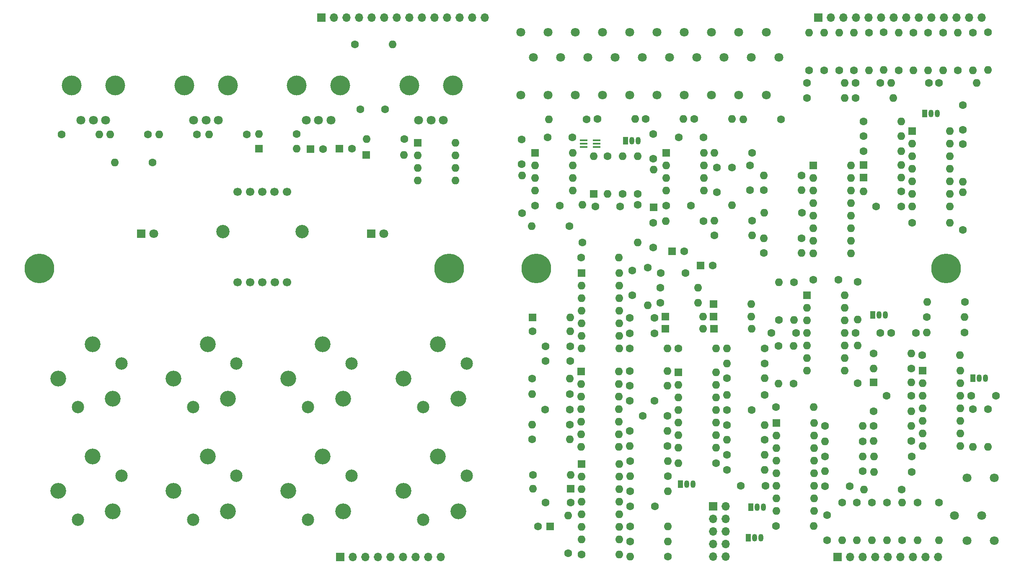
<source format=gbr>
%TF.GenerationSoftware,KiCad,Pcbnew,(5.1.7-0-10_14)*%
%TF.CreationDate,2021-03-27T18:27:20-04:00*%
%TF.ProjectId,Oscillator,4f736369-6c6c-4617-946f-722e6b696361,rev?*%
%TF.SameCoordinates,Original*%
%TF.FileFunction,Soldermask,Top*%
%TF.FilePolarity,Negative*%
%FSLAX46Y46*%
G04 Gerber Fmt 4.6, Leading zero omitted, Abs format (unit mm)*
G04 Created by KiCad (PCBNEW (5.1.7-0-10_14)) date 2021-03-27 18:27:20*
%MOMM*%
%LPD*%
G01*
G04 APERTURE LIST*
%ADD10C,2.700000*%
%ADD11C,1.700000*%
%ADD12C,2.500000*%
%ADD13C,3.200000*%
%ADD14C,6.000000*%
%ADD15O,1.700000X1.700000*%
%ADD16R,1.700000X1.700000*%
%ADD17O,1.600000X1.600000*%
%ADD18R,1.600000X1.600000*%
%ADD19R,1.500000X0.400000*%
%ADD20C,1.800000*%
%ADD21C,4.000000*%
%ADD22C,1.600000*%
%ADD23R,1.050000X1.500000*%
%ADD24O,1.050000X1.500000*%
%ADD25R,1.800000X1.800000*%
G04 APERTURE END LIST*
D10*
%TO.C,SW201*%
X125250000Y-75550000D03*
X109250000Y-75550000D03*
D11*
X122250000Y-67500000D03*
X119650000Y-67500000D03*
X117250000Y-67500000D03*
X114750000Y-67500000D03*
X112250000Y-67500000D03*
X122250000Y-85800000D03*
X119750000Y-85800000D03*
X117250000Y-85800000D03*
X114750000Y-85800000D03*
X112250000Y-85800000D03*
%TD*%
D12*
%TO.C,J202*%
X103220000Y-111055000D03*
X112000000Y-102175000D03*
D13*
X99240000Y-105235000D03*
X110290000Y-109345000D03*
X106180000Y-98295000D03*
%TD*%
D12*
%TO.C,J201*%
X79960000Y-111055000D03*
X88740000Y-102175000D03*
D13*
X75980000Y-105235000D03*
X87030000Y-109345000D03*
X82920000Y-98295000D03*
%TD*%
D12*
%TO.C,J210*%
X149740000Y-133805000D03*
X158520000Y-124925000D03*
D13*
X145760000Y-127985000D03*
X156810000Y-132095000D03*
X152700000Y-121045000D03*
%TD*%
D12*
%TO.C,J209*%
X126480000Y-133805000D03*
X135260000Y-124925000D03*
D13*
X122500000Y-127985000D03*
X133550000Y-132095000D03*
X129440000Y-121045000D03*
%TD*%
D12*
%TO.C,J208*%
X103220000Y-133805000D03*
X112000000Y-124925000D03*
D13*
X99240000Y-127985000D03*
X110290000Y-132095000D03*
X106180000Y-121045000D03*
%TD*%
D12*
%TO.C,J206*%
X79960000Y-133805000D03*
X88740000Y-124925000D03*
D13*
X75980000Y-127985000D03*
X87030000Y-132095000D03*
X82920000Y-121045000D03*
%TD*%
D12*
%TO.C,J205*%
X149740000Y-111055000D03*
X158520000Y-102175000D03*
D13*
X145760000Y-105235000D03*
X156810000Y-109345000D03*
X152700000Y-98295000D03*
%TD*%
D12*
%TO.C,J203*%
X126480000Y-111055000D03*
X135260000Y-102175000D03*
D13*
X122500000Y-105235000D03*
X133550000Y-109345000D03*
X129440000Y-98295000D03*
%TD*%
D14*
%TO.C,REF\u002A\u002A*%
X72150000Y-83000000D03*
%TD*%
%TO.C,REF\u002A\u002A*%
X154950000Y-83000000D03*
%TD*%
%TO.C,REF\u002A\u002A*%
X255400000Y-83000000D03*
%TD*%
%TO.C,REF\u002A\u002A*%
X172600000Y-83000000D03*
%TD*%
D15*
%TO.C,J303*%
X210890000Y-141210000D03*
X208350000Y-141210000D03*
X210890000Y-138670000D03*
X208350000Y-138670000D03*
X210890000Y-136130000D03*
X208350000Y-136130000D03*
X210890000Y-133590000D03*
X208350000Y-133590000D03*
X210890000Y-131050000D03*
D16*
X208350000Y-131050000D03*
%TD*%
D15*
%TO.C,J302*%
X253770000Y-141350000D03*
X251230000Y-141350000D03*
X248690000Y-141350000D03*
X246150000Y-141350000D03*
X243610000Y-141350000D03*
X241070000Y-141350000D03*
X238530000Y-141350000D03*
X235990000Y-141350000D03*
D16*
X233450000Y-141350000D03*
%TD*%
D15*
%TO.C,J301*%
X262620000Y-32300000D03*
X260080000Y-32300000D03*
X257540000Y-32300000D03*
X255000000Y-32300000D03*
X252460000Y-32300000D03*
X249920000Y-32300000D03*
X247380000Y-32300000D03*
X244840000Y-32300000D03*
X242300000Y-32300000D03*
X239760000Y-32300000D03*
X237220000Y-32300000D03*
X234680000Y-32300000D03*
X232140000Y-32300000D03*
D16*
X229600000Y-32300000D03*
%TD*%
D15*
%TO.C,J207*%
X153295000Y-141350000D03*
X150755000Y-141350000D03*
X148215000Y-141350000D03*
X145675000Y-141350000D03*
X143135000Y-141350000D03*
X140595000Y-141350000D03*
X138055000Y-141350000D03*
X135515000Y-141350000D03*
D16*
X132975000Y-141350000D03*
%TD*%
D15*
%TO.C,J204*%
X162215000Y-32300000D03*
X159675000Y-32300000D03*
X157135000Y-32300000D03*
X154595000Y-32300000D03*
X152055000Y-32300000D03*
X149515000Y-32300000D03*
X146975000Y-32300000D03*
X144435000Y-32300000D03*
X141895000Y-32300000D03*
X139355000Y-32300000D03*
X136815000Y-32300000D03*
X134275000Y-32300000D03*
X131735000Y-32300000D03*
D16*
X129195000Y-32300000D03*
%TD*%
D17*
%TO.C,U703*%
X206420000Y-59600000D03*
X198800000Y-67220000D03*
X206420000Y-62140000D03*
X198800000Y-64680000D03*
X206420000Y-64680000D03*
X198800000Y-62140000D03*
X206420000Y-67220000D03*
D18*
X198800000Y-59600000D03*
%TD*%
D19*
%TO.C,U702*%
X184800000Y-57100000D03*
X184800000Y-57750000D03*
X184800000Y-58400000D03*
X182140000Y-58400000D03*
X182140000Y-57750000D03*
X182140000Y-57100000D03*
%TD*%
D17*
%TO.C,U701*%
X179920000Y-59600000D03*
X172300000Y-67220000D03*
X179920000Y-62140000D03*
X172300000Y-64680000D03*
X179920000Y-64680000D03*
X172300000Y-62140000D03*
X179920000Y-67220000D03*
D18*
X172300000Y-59600000D03*
%TD*%
D17*
%TO.C,U605*%
X208920000Y-104000000D03*
X201300000Y-119240000D03*
X208920000Y-106540000D03*
X201300000Y-116700000D03*
X208920000Y-109080000D03*
X201300000Y-114160000D03*
X208920000Y-111620000D03*
X201300000Y-111620000D03*
X208920000Y-114160000D03*
X201300000Y-109080000D03*
X208920000Y-116700000D03*
X201300000Y-106540000D03*
X208920000Y-119240000D03*
D18*
X201300000Y-104000000D03*
%TD*%
D17*
%TO.C,U604*%
X256120000Y-55250000D03*
X248500000Y-70490000D03*
X256120000Y-57790000D03*
X248500000Y-67950000D03*
X256120000Y-60330000D03*
X248500000Y-65410000D03*
X256120000Y-62870000D03*
X248500000Y-62870000D03*
X256120000Y-65410000D03*
X248500000Y-60330000D03*
X256120000Y-67950000D03*
X248500000Y-57790000D03*
X256120000Y-70490000D03*
D18*
X248500000Y-55250000D03*
%TD*%
D17*
%TO.C,U603*%
X189370000Y-122500000D03*
X181750000Y-137740000D03*
X189370000Y-125040000D03*
X181750000Y-135200000D03*
X189370000Y-127580000D03*
X181750000Y-132660000D03*
X189370000Y-130120000D03*
X181750000Y-130120000D03*
X189370000Y-132660000D03*
X181750000Y-127580000D03*
X189370000Y-135200000D03*
X181750000Y-125040000D03*
X189370000Y-137740000D03*
D18*
X181750000Y-122500000D03*
%TD*%
D17*
%TO.C,U602*%
X258250000Y-103660000D03*
X250630000Y-118900000D03*
X258250000Y-106200000D03*
X250630000Y-116360000D03*
X258250000Y-108740000D03*
X250630000Y-113820000D03*
X258250000Y-111280000D03*
X250630000Y-111280000D03*
X258250000Y-113820000D03*
X250630000Y-108740000D03*
X258250000Y-116360000D03*
X250630000Y-106200000D03*
X258250000Y-118900000D03*
D18*
X250630000Y-103660000D03*
%TD*%
D17*
%TO.C,U601*%
X234920000Y-88400000D03*
X227300000Y-103640000D03*
X234920000Y-90940000D03*
X227300000Y-101100000D03*
X234920000Y-93480000D03*
X227300000Y-98560000D03*
X234920000Y-96020000D03*
X227300000Y-96020000D03*
X234920000Y-98560000D03*
X227300000Y-93480000D03*
X234920000Y-101100000D03*
X227300000Y-90940000D03*
X234920000Y-103640000D03*
D18*
X227300000Y-88400000D03*
%TD*%
D17*
%TO.C,U503*%
X189300000Y-103780000D03*
X181680000Y-119020000D03*
X189300000Y-106320000D03*
X181680000Y-116480000D03*
X189300000Y-108860000D03*
X181680000Y-113940000D03*
X189300000Y-111400000D03*
X181680000Y-111400000D03*
X189300000Y-113940000D03*
X181680000Y-108860000D03*
X189300000Y-116480000D03*
X181680000Y-106320000D03*
X189300000Y-119020000D03*
D18*
X181680000Y-103780000D03*
%TD*%
D17*
%TO.C,U502*%
X236140000Y-62150000D03*
X228520000Y-79930000D03*
X236140000Y-64690000D03*
X228520000Y-77390000D03*
X236140000Y-67230000D03*
X228520000Y-74850000D03*
X236140000Y-69770000D03*
X228520000Y-72310000D03*
X236140000Y-72310000D03*
X228520000Y-69770000D03*
X236140000Y-74850000D03*
X228520000Y-67230000D03*
X236140000Y-77390000D03*
X228520000Y-64690000D03*
X236140000Y-79930000D03*
D18*
X228520000Y-62150000D03*
%TD*%
D17*
%TO.C,U501*%
X189320000Y-83900000D03*
X181700000Y-99140000D03*
X189320000Y-86440000D03*
X181700000Y-96600000D03*
X189320000Y-88980000D03*
X181700000Y-94060000D03*
X189320000Y-91520000D03*
X181700000Y-91520000D03*
X189320000Y-94060000D03*
X181700000Y-88980000D03*
X189320000Y-96600000D03*
X181700000Y-86440000D03*
X189320000Y-99140000D03*
D18*
X181700000Y-83900000D03*
%TD*%
D17*
%TO.C,U402*%
X228730000Y-114220000D03*
X221110000Y-132000000D03*
X228730000Y-116760000D03*
X221110000Y-129460000D03*
X228730000Y-119300000D03*
X221110000Y-126920000D03*
X228730000Y-121840000D03*
X221110000Y-124380000D03*
X228730000Y-124380000D03*
X221110000Y-121840000D03*
X228730000Y-126920000D03*
X221110000Y-119300000D03*
X228730000Y-129460000D03*
X221110000Y-116760000D03*
X228730000Y-132000000D03*
D18*
X221110000Y-114220000D03*
%TD*%
D17*
%TO.C,U201*%
X156250000Y-57575000D03*
X148630000Y-65195000D03*
X156250000Y-60115000D03*
X148630000Y-62655000D03*
X156250000Y-62655000D03*
X148630000Y-60115000D03*
X156250000Y-65195000D03*
D18*
X148630000Y-57575000D03*
%TD*%
D20*
%TO.C,RV702*%
X175000000Y-35200000D03*
X177540000Y-40280000D03*
X175000000Y-47900000D03*
%TD*%
%TO.C,RV701*%
X169500000Y-35200000D03*
X172040000Y-40280000D03*
X169500000Y-47900000D03*
%TD*%
%TO.C,RV602*%
X213500000Y-35200000D03*
X216040000Y-40280000D03*
X213500000Y-47900000D03*
%TD*%
%TO.C,RV601*%
X219100000Y-35200000D03*
X221640000Y-40280000D03*
X219100000Y-47900000D03*
%TD*%
%TO.C,RV506*%
X197000000Y-35200000D03*
X199540000Y-40280000D03*
X197000000Y-47900000D03*
%TD*%
%TO.C,RV505*%
X191500000Y-35200000D03*
X194040000Y-40280000D03*
X191500000Y-47900000D03*
%TD*%
%TO.C,RV504*%
X208000000Y-35200000D03*
X210540000Y-40280000D03*
X208000000Y-47900000D03*
%TD*%
%TO.C,RV503*%
X186000000Y-35200000D03*
X188540000Y-40280000D03*
X186000000Y-47900000D03*
%TD*%
%TO.C,RV502*%
X202500000Y-35200000D03*
X205040000Y-40280000D03*
X202500000Y-47900000D03*
%TD*%
%TO.C,RV501*%
X180500000Y-35200000D03*
X183040000Y-40280000D03*
X180500000Y-47900000D03*
%TD*%
%TO.C,RV402*%
X259600000Y-138050000D03*
X257060000Y-132970000D03*
X259600000Y-125350000D03*
%TD*%
%TO.C,RV401*%
X265100000Y-138050000D03*
X262560000Y-132970000D03*
X265100000Y-125350000D03*
%TD*%
D21*
%TO.C,RV204*%
X155730000Y-46000000D03*
X146930000Y-46000000D03*
D20*
X153830000Y-53000000D03*
X151330000Y-53000000D03*
X148830000Y-53000000D03*
%TD*%
D21*
%TO.C,RV203*%
X132980000Y-46000000D03*
X124180000Y-46000000D03*
D20*
X131080000Y-53000000D03*
X128580000Y-53000000D03*
X126080000Y-53000000D03*
%TD*%
D21*
%TO.C,RV202*%
X110240000Y-46000000D03*
X101440000Y-46000000D03*
D20*
X108340000Y-53000000D03*
X105840000Y-53000000D03*
X103340000Y-53000000D03*
%TD*%
D21*
%TO.C,RV201*%
X87490000Y-46000000D03*
X78690000Y-46000000D03*
D20*
X85590000Y-53000000D03*
X83090000Y-53000000D03*
X80590000Y-53000000D03*
%TD*%
D17*
%TO.C,R719*%
X212100000Y-70220000D03*
D22*
X212100000Y-62600000D03*
%TD*%
D17*
%TO.C,R718*%
X208600000Y-73300000D03*
D22*
X216220000Y-73300000D03*
%TD*%
D17*
%TO.C,R717*%
X208600000Y-59600000D03*
D22*
X216220000Y-59600000D03*
%TD*%
D17*
%TO.C,R716*%
X198780000Y-73400000D03*
D22*
X206400000Y-73400000D03*
%TD*%
D17*
%TO.C,R715*%
X242800000Y-42900000D03*
D22*
X242800000Y-35280000D03*
%TD*%
D17*
%TO.C,R714*%
X216200000Y-76300000D03*
D22*
X208580000Y-76300000D03*
%TD*%
D17*
%TO.C,R713*%
X193100000Y-77720000D03*
D22*
X193100000Y-70100000D03*
%TD*%
D17*
%TO.C,R712*%
X193100000Y-60280000D03*
D22*
X193100000Y-67900000D03*
%TD*%
D17*
%TO.C,R711*%
X181900000Y-70130000D03*
D22*
X181900000Y-77750000D03*
%TD*%
D17*
%TO.C,R710*%
X190000000Y-60280000D03*
D22*
X190000000Y-67900000D03*
%TD*%
D17*
%TO.C,R709*%
X187000000Y-67900000D03*
D22*
X187000000Y-60280000D03*
%TD*%
D17*
%TO.C,R708*%
X169700000Y-64180000D03*
D22*
X169700000Y-71800000D03*
%TD*%
D17*
%TO.C,R707*%
X171680000Y-74400000D03*
D22*
X179300000Y-74400000D03*
%TD*%
D17*
%TO.C,R706*%
X234900000Y-45500000D03*
D22*
X227280000Y-45500000D03*
%TD*%
D17*
%TO.C,R705*%
X236800000Y-35300000D03*
D22*
X236800000Y-42920000D03*
%TD*%
D17*
%TO.C,R704*%
X233800000Y-35300000D03*
D22*
X233800000Y-42920000D03*
%TD*%
D17*
%TO.C,R703*%
X230750000Y-35300000D03*
D22*
X230750000Y-42920000D03*
%TD*%
D17*
%TO.C,R702*%
X227750000Y-35300000D03*
D22*
X227750000Y-42920000D03*
%TD*%
D17*
%TO.C,R701*%
X239800000Y-42920000D03*
D22*
X239800000Y-35300000D03*
%TD*%
D17*
%TO.C,R644*%
X258750000Y-65450000D03*
D22*
X258750000Y-57830000D03*
%TD*%
D17*
%TO.C,R643*%
X238680000Y-67450000D03*
D22*
X246300000Y-67450000D03*
%TD*%
D17*
%TO.C,R642*%
X256170000Y-73750000D03*
D22*
X248550000Y-73750000D03*
%TD*%
D17*
%TO.C,R641*%
X259150000Y-92850000D03*
D22*
X251530000Y-92850000D03*
%TD*%
D17*
%TO.C,R640*%
X199100000Y-115850000D03*
D22*
X191480000Y-115850000D03*
%TD*%
D17*
%TO.C,R639*%
X191500000Y-118900000D03*
D22*
X199120000Y-118900000D03*
%TD*%
D17*
%TO.C,R638*%
X240780000Y-103200000D03*
D22*
X248400000Y-103200000D03*
%TD*%
D17*
%TO.C,R637*%
X246300000Y-56250000D03*
D22*
X238680000Y-56250000D03*
%TD*%
D17*
%TO.C,R636*%
X246300000Y-59300000D03*
D22*
X238680000Y-59300000D03*
%TD*%
D17*
%TO.C,R635*%
X258750000Y-67600000D03*
D22*
X258750000Y-75220000D03*
%TD*%
D17*
%TO.C,R634*%
X240780000Y-117900000D03*
D22*
X248400000Y-117900000D03*
%TD*%
D17*
%TO.C,R633*%
X191530000Y-141250000D03*
D22*
X199150000Y-141250000D03*
%TD*%
D17*
%TO.C,R632*%
X263900000Y-119020000D03*
D22*
X263900000Y-111400000D03*
%TD*%
D17*
%TO.C,R631*%
X260850000Y-119050000D03*
D22*
X260850000Y-111430000D03*
%TD*%
D17*
%TO.C,R630*%
X199150000Y-138200000D03*
D22*
X191530000Y-138200000D03*
%TD*%
D17*
%TO.C,R629*%
X179500000Y-124750000D03*
D22*
X171880000Y-124750000D03*
%TD*%
D17*
%TO.C,R628*%
X199150000Y-135150000D03*
D22*
X191530000Y-135150000D03*
%TD*%
D17*
%TO.C,R627*%
X191530000Y-125000000D03*
D22*
X199150000Y-125000000D03*
%TD*%
D17*
%TO.C,R626*%
X246300000Y-53250000D03*
D22*
X238680000Y-53250000D03*
%TD*%
D17*
%TO.C,R625*%
X237500000Y-98550000D03*
D22*
X237500000Y-106170000D03*
%TD*%
D17*
%TO.C,R624*%
X214380000Y-52850000D03*
D22*
X222000000Y-52850000D03*
%TD*%
D17*
%TO.C,R623*%
X189350000Y-140800000D03*
D22*
X181730000Y-140800000D03*
%TD*%
D17*
%TO.C,R622*%
X199150000Y-121950000D03*
D22*
X191530000Y-121950000D03*
%TD*%
D17*
%TO.C,R621*%
X199150000Y-128050000D03*
D22*
X191530000Y-128050000D03*
%TD*%
D17*
%TO.C,R620*%
X179000000Y-132950000D03*
D22*
X179000000Y-140570000D03*
%TD*%
D17*
%TO.C,R619*%
X263850000Y-42900000D03*
D22*
X263850000Y-35280000D03*
%TD*%
D17*
%TO.C,R618*%
X248400000Y-111850000D03*
D22*
X240780000Y-111850000D03*
%TD*%
D17*
%TO.C,R617*%
X248400000Y-114850000D03*
D22*
X240780000Y-114850000D03*
%TD*%
D17*
%TO.C,R616*%
X224650000Y-93420000D03*
D22*
X224650000Y-85800000D03*
%TD*%
D17*
%TO.C,R615*%
X224600000Y-98680000D03*
D22*
X224600000Y-106300000D03*
%TD*%
D17*
%TO.C,R614*%
X171780000Y-114550000D03*
D22*
X179400000Y-114550000D03*
%TD*%
D17*
%TO.C,R613*%
X244750000Y-48550000D03*
D22*
X237130000Y-48550000D03*
%TD*%
D17*
%TO.C,R612*%
X234920000Y-48550000D03*
D22*
X227300000Y-48550000D03*
%TD*%
D17*
%TO.C,R611*%
X251550000Y-89800000D03*
D22*
X259170000Y-89800000D03*
%TD*%
D17*
%TO.C,R610*%
X221600000Y-85800000D03*
D22*
X221600000Y-93420000D03*
%TD*%
D17*
%TO.C,R609*%
X221550000Y-106270000D03*
D22*
X221550000Y-98650000D03*
%TD*%
D17*
%TO.C,R608*%
X251530000Y-95950000D03*
D22*
X259150000Y-95950000D03*
%TD*%
D17*
%TO.C,R607*%
X230930000Y-117950000D03*
D22*
X238550000Y-117950000D03*
%TD*%
D17*
%TO.C,R606*%
X179400000Y-117550000D03*
D22*
X171780000Y-117550000D03*
%TD*%
D17*
%TO.C,R605*%
X237550000Y-93350000D03*
D22*
X237550000Y-85730000D03*
%TD*%
D17*
%TO.C,R604*%
X258200000Y-100550000D03*
D22*
X250580000Y-100550000D03*
%TD*%
D17*
%TO.C,R603*%
X248370000Y-100150000D03*
D22*
X240750000Y-100150000D03*
%TD*%
D17*
%TO.C,R602*%
X238570000Y-114850000D03*
D22*
X230950000Y-114850000D03*
%TD*%
D17*
%TO.C,R601*%
X238800000Y-127700000D03*
D22*
X246420000Y-127700000D03*
%TD*%
D17*
%TO.C,R527*%
X261620000Y-45500000D03*
D22*
X254000000Y-45500000D03*
%TD*%
D17*
%TO.C,R526*%
X257800000Y-35300000D03*
D22*
X257800000Y-42920000D03*
%TD*%
D17*
%TO.C,R525*%
X195100000Y-90450000D03*
D22*
X195100000Y-82830000D03*
%TD*%
D17*
%TO.C,R524*%
X205300000Y-89900000D03*
D22*
X197680000Y-89900000D03*
%TD*%
D17*
%TO.C,R523*%
X244280000Y-45500000D03*
D22*
X251900000Y-45500000D03*
%TD*%
D17*
%TO.C,R522*%
X245800000Y-35300000D03*
D22*
X245800000Y-42920000D03*
%TD*%
D17*
%TO.C,R521*%
X205300000Y-86900000D03*
D22*
X197680000Y-86900000D03*
%TD*%
D17*
%TO.C,R520*%
X248800000Y-42920000D03*
D22*
X248800000Y-35300000D03*
%TD*%
D17*
%TO.C,R519*%
X226170000Y-79900000D03*
D22*
X218550000Y-79900000D03*
%TD*%
D17*
%TO.C,R518*%
X251800000Y-42920000D03*
D22*
X251800000Y-35300000D03*
%TD*%
D17*
%TO.C,R517*%
X218530000Y-76900000D03*
D22*
X226150000Y-76900000D03*
%TD*%
D17*
%TO.C,R516*%
X218650000Y-71700000D03*
D22*
X226270000Y-71700000D03*
%TD*%
D17*
%TO.C,R515*%
X192570000Y-52800000D03*
D22*
X184950000Y-52800000D03*
%TD*%
D17*
%TO.C,R514*%
X254800000Y-42920000D03*
D22*
X254800000Y-35300000D03*
%TD*%
D17*
%TO.C,R513*%
X218530000Y-64200000D03*
D22*
X226150000Y-64200000D03*
%TD*%
D17*
%TO.C,R512*%
X212170000Y-52800000D03*
D22*
X204550000Y-52800000D03*
%TD*%
D17*
%TO.C,R511*%
X199100000Y-99200000D03*
D22*
X191480000Y-99200000D03*
%TD*%
D17*
%TO.C,R510*%
X211080000Y-99200000D03*
D22*
X218700000Y-99200000D03*
%TD*%
D17*
%TO.C,R509*%
X208920000Y-99200000D03*
D22*
X201300000Y-99200000D03*
%TD*%
D17*
%TO.C,R508*%
X226170000Y-67200000D03*
D22*
X218550000Y-67200000D03*
%TD*%
D17*
%TO.C,R507*%
X260800000Y-42920000D03*
D22*
X260800000Y-35300000D03*
%TD*%
D17*
%TO.C,R506*%
X202350000Y-52800000D03*
D22*
X194730000Y-52800000D03*
%TD*%
D17*
%TO.C,R505*%
X171775000Y-108400000D03*
D22*
X179395000Y-108400000D03*
%TD*%
D17*
%TO.C,R504*%
X179375000Y-105300000D03*
D22*
X171755000Y-105300000D03*
%TD*%
D17*
%TO.C,R503*%
X179475000Y-95700000D03*
D22*
X171855000Y-95700000D03*
%TD*%
D17*
%TO.C,R502*%
X189300000Y-80800000D03*
D22*
X181680000Y-80800000D03*
%TD*%
D17*
%TO.C,R501*%
X175130000Y-52820000D03*
D22*
X182750000Y-52820000D03*
%TD*%
D17*
%TO.C,R420*%
X201330000Y-122350000D03*
D22*
X208950000Y-122350000D03*
%TD*%
D17*
%TO.C,R419*%
X246550000Y-130300000D03*
D22*
X246550000Y-137920000D03*
%TD*%
D17*
%TO.C,R418*%
X249600000Y-137900000D03*
D22*
X249600000Y-130280000D03*
%TD*%
D17*
%TO.C,R417*%
X218770000Y-123750000D03*
D22*
X211150000Y-123750000D03*
%TD*%
D17*
%TO.C,R416*%
X211100000Y-117650000D03*
D22*
X218720000Y-117650000D03*
%TD*%
D17*
%TO.C,R415*%
X230930000Y-124000000D03*
D22*
X238550000Y-124000000D03*
%TD*%
D17*
%TO.C,R414*%
X218720000Y-120700000D03*
D22*
X211100000Y-120700000D03*
%TD*%
D17*
%TO.C,R413*%
X218720000Y-114650000D03*
D22*
X211100000Y-114650000D03*
%TD*%
D17*
%TO.C,R412*%
X228670000Y-111050000D03*
D22*
X221050000Y-111050000D03*
%TD*%
D17*
%TO.C,R411*%
X254000000Y-137950000D03*
D22*
X254000000Y-130330000D03*
%TD*%
D17*
%TO.C,R410*%
X238550000Y-121000000D03*
D22*
X230930000Y-121000000D03*
%TD*%
D17*
%TO.C,R409*%
X228670000Y-135050000D03*
D22*
X221050000Y-135050000D03*
%TD*%
D17*
%TO.C,R408*%
X240830000Y-124100000D03*
D22*
X248450000Y-124100000D03*
%TD*%
D17*
%TO.C,R407*%
X211100000Y-108550000D03*
D22*
X218720000Y-108550000D03*
%TD*%
D17*
%TO.C,R406*%
X211100000Y-102200000D03*
D22*
X218720000Y-102200000D03*
%TD*%
D17*
%TO.C,R405*%
X240830000Y-121000000D03*
D22*
X248450000Y-121000000D03*
%TD*%
D17*
%TO.C,R404*%
X218720000Y-105200000D03*
D22*
X211100000Y-105200000D03*
%TD*%
D17*
%TO.C,R403*%
X237400000Y-137900000D03*
D22*
X237400000Y-130280000D03*
%TD*%
D17*
%TO.C,R402*%
X243500000Y-137920000D03*
D22*
X243500000Y-130300000D03*
%TD*%
D17*
%TO.C,R401*%
X240450000Y-137900000D03*
D22*
X240450000Y-130280000D03*
%TD*%
D17*
%TO.C,R303*%
X199120000Y-103700000D03*
D22*
X191500000Y-103700000D03*
%TD*%
D17*
%TO.C,R302*%
X234400000Y-137900000D03*
D22*
X234400000Y-130280000D03*
%TD*%
D17*
%TO.C,R301*%
X199100000Y-106700000D03*
D22*
X191480000Y-106700000D03*
%TD*%
D17*
%TO.C,R208*%
X143595000Y-37675000D03*
D22*
X135975000Y-37675000D03*
%TD*%
D17*
%TO.C,R207*%
X116555000Y-55850000D03*
D22*
X124175000Y-55850000D03*
%TD*%
D17*
%TO.C,R206*%
X138330000Y-56825000D03*
D22*
X145950000Y-56825000D03*
%TD*%
D17*
%TO.C,R205*%
X87425000Y-61600000D03*
D22*
X95045000Y-61600000D03*
%TD*%
D17*
%TO.C,R204*%
X96425000Y-55925000D03*
D22*
X104045000Y-55925000D03*
%TD*%
D17*
%TO.C,R203*%
X106480000Y-55900000D03*
D22*
X114100000Y-55900000D03*
%TD*%
D17*
%TO.C,R202*%
X84275000Y-55875000D03*
D22*
X76655000Y-55875000D03*
%TD*%
D17*
%TO.C,R201*%
X86525000Y-55900000D03*
D22*
X94145000Y-55900000D03*
%TD*%
D23*
%TO.C,Q701*%
X190660000Y-57200000D03*
D24*
X193200000Y-57200000D03*
X191930000Y-57200000D03*
%TD*%
D23*
%TO.C,Q603*%
X251100000Y-51650000D03*
D24*
X253640000Y-51650000D03*
X252370000Y-51650000D03*
%TD*%
D23*
%TO.C,Q602*%
X260860000Y-105200000D03*
D24*
X263400000Y-105200000D03*
X262130000Y-105200000D03*
%TD*%
D23*
%TO.C,Q601*%
X240610000Y-92400000D03*
D24*
X243150000Y-92400000D03*
X241880000Y-92400000D03*
%TD*%
D23*
%TO.C,Q403*%
X201760000Y-126600000D03*
D24*
X204300000Y-126600000D03*
X203030000Y-126600000D03*
%TD*%
D23*
%TO.C,Q402*%
X215410000Y-137450000D03*
D24*
X217950000Y-137450000D03*
X216680000Y-137450000D03*
%TD*%
D23*
%TO.C,Q401*%
X215910000Y-131250000D03*
D24*
X218450000Y-131250000D03*
X217180000Y-131250000D03*
%TD*%
D17*
%TO.C,D702*%
X196300000Y-62980000D03*
D18*
X196300000Y-70600000D03*
%TD*%
D17*
%TO.C,D701*%
X184200000Y-60300000D03*
D18*
X184200000Y-67920000D03*
%TD*%
D17*
%TO.C,D604*%
X246300000Y-62100000D03*
D18*
X238680000Y-62100000D03*
%TD*%
D17*
%TO.C,D603*%
X246300000Y-64650000D03*
D18*
X238680000Y-64650000D03*
%TD*%
D17*
%TO.C,D602*%
X171880000Y-127550000D03*
D18*
X179500000Y-127550000D03*
%TD*%
D17*
%TO.C,D601*%
X248400000Y-106000000D03*
D18*
X240780000Y-106000000D03*
%TD*%
D17*
%TO.C,D506*%
X216000000Y-90150000D03*
D18*
X208380000Y-90150000D03*
%TD*%
D17*
%TO.C,D505*%
X216020000Y-92700000D03*
D18*
X208400000Y-92700000D03*
%TD*%
D17*
%TO.C,D504*%
X216100000Y-95200000D03*
D18*
X208480000Y-95200000D03*
%TD*%
D17*
%TO.C,D503*%
X206300000Y-95200000D03*
D18*
X198680000Y-95200000D03*
%TD*%
D17*
%TO.C,D502*%
X206300000Y-92700000D03*
D18*
X198680000Y-92700000D03*
%TD*%
D17*
%TO.C,D501*%
X179475000Y-92900000D03*
D18*
X171855000Y-92900000D03*
%TD*%
D17*
%TO.C,D204*%
X145825000Y-60075000D03*
D18*
X138205000Y-60075000D03*
%TD*%
D17*
%TO.C,D203*%
X124200000Y-58775000D03*
D18*
X116580000Y-58775000D03*
%TD*%
D20*
%TO.C,D202*%
X141770000Y-76000000D03*
D25*
X139230000Y-76000000D03*
%TD*%
D20*
%TO.C,D201*%
X95270000Y-76000000D03*
D25*
X92730000Y-76000000D03*
%TD*%
D22*
%TO.C,C711*%
X172300000Y-70300000D03*
X177300000Y-70300000D03*
%TD*%
%TO.C,C710*%
X174900000Y-56500000D03*
X179900000Y-56500000D03*
%TD*%
%TO.C,C709*%
X198800000Y-70300000D03*
X203800000Y-70300000D03*
%TD*%
%TO.C,C708*%
X201400000Y-56500000D03*
X206400000Y-56500000D03*
%TD*%
%TO.C,C707*%
X209100000Y-67600000D03*
X209100000Y-62600000D03*
%TD*%
%TO.C,C706*%
X215800000Y-67200000D03*
X215800000Y-62200000D03*
%TD*%
%TO.C,C705*%
X196200000Y-78800000D03*
X196200000Y-73800000D03*
%TD*%
%TO.C,C704*%
X242100000Y-45500000D03*
X237100000Y-45500000D03*
%TD*%
%TO.C,C703*%
X184500000Y-70500000D03*
X189500000Y-70500000D03*
%TD*%
%TO.C,C702*%
X196200000Y-60800000D03*
X196200000Y-55800000D03*
%TD*%
%TO.C,C701*%
X169650000Y-61950000D03*
X169650000Y-56950000D03*
%TD*%
%TO.C,C614*%
X246300000Y-70500000D03*
X241300000Y-70500000D03*
%TD*%
%TO.C,C613*%
X258750000Y-50000000D03*
X258750000Y-55000000D03*
%TD*%
%TO.C,C612*%
X260450000Y-108750000D03*
X265450000Y-108750000D03*
%TD*%
%TO.C,C611*%
X243400000Y-108750000D03*
X248400000Y-108750000D03*
%TD*%
%TO.C,C610*%
X211100000Y-111600000D03*
X216100000Y-111600000D03*
%TD*%
%TO.C,C609*%
X194100000Y-112800000D03*
X199100000Y-112800000D03*
%TD*%
%TO.C,C608*%
X191550000Y-131100000D03*
X196550000Y-131100000D03*
%TD*%
%TO.C,C607*%
X174500000Y-130350000D03*
X179500000Y-130350000D03*
%TD*%
%TO.C,C606*%
X237100000Y-96000000D03*
X242100000Y-96000000D03*
%TD*%
%TO.C,C605*%
X220100000Y-96050000D03*
X225100000Y-96050000D03*
%TD*%
%TO.C,C604*%
X172900000Y-135150000D03*
D18*
X175400000Y-135150000D03*
%TD*%
D22*
%TO.C,C603*%
X233600000Y-85300000D03*
X228600000Y-85300000D03*
%TD*%
%TO.C,C602*%
X249300000Y-96000000D03*
X244300000Y-96000000D03*
%TD*%
%TO.C,C601*%
X231350000Y-137900000D03*
X231350000Y-132900000D03*
%TD*%
%TO.C,C510*%
X191450000Y-109750000D03*
X196450000Y-109750000D03*
%TD*%
%TO.C,C509*%
X174400000Y-111500000D03*
X179400000Y-111500000D03*
%TD*%
%TO.C,C508*%
X191500000Y-93000000D03*
X196500000Y-93000000D03*
%TD*%
%TO.C,C507*%
X174475000Y-101700000D03*
X179475000Y-101700000D03*
%TD*%
%TO.C,C506*%
X192000000Y-88400000D03*
X192000000Y-83400000D03*
%TD*%
%TO.C,C505*%
X208250000Y-82400000D03*
D18*
X205750000Y-82400000D03*
%TD*%
D22*
%TO.C,C504*%
X202500000Y-79500000D03*
D18*
X200000000Y-79500000D03*
%TD*%
D22*
%TO.C,C503*%
X197700000Y-83900000D03*
X202700000Y-83900000D03*
%TD*%
%TO.C,C502*%
X196500000Y-96100000D03*
X191500000Y-96100000D03*
%TD*%
%TO.C,C501*%
X174475000Y-98700000D03*
X179475000Y-98700000D03*
%TD*%
%TO.C,C404*%
X218900000Y-126950000D03*
X213900000Y-126950000D03*
%TD*%
%TO.C,C403*%
X235950000Y-127050000D03*
X230950000Y-127050000D03*
%TD*%
%TO.C,C203*%
X135325000Y-58775000D03*
D18*
X132825000Y-58775000D03*
%TD*%
D22*
%TO.C,C202*%
X129500000Y-58825000D03*
D18*
X127000000Y-58825000D03*
%TD*%
D22*
%TO.C,C201*%
X142025000Y-50825000D03*
X137025000Y-50825000D03*
%TD*%
M02*

</source>
